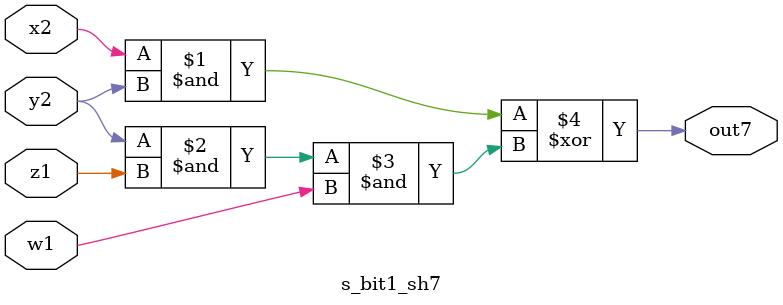
<source format=sv>

module s_bit1_sh7 (
  x2,
  y2,
  w1,
  z1,
  out7
);

    input wire x2;
    input wire y2;
    input wire w1;
    input wire z1;

    output wire out7;

    assign out7 = x2 & y2 ^ y2 & z1 & w1 ;

endmodule

</source>
